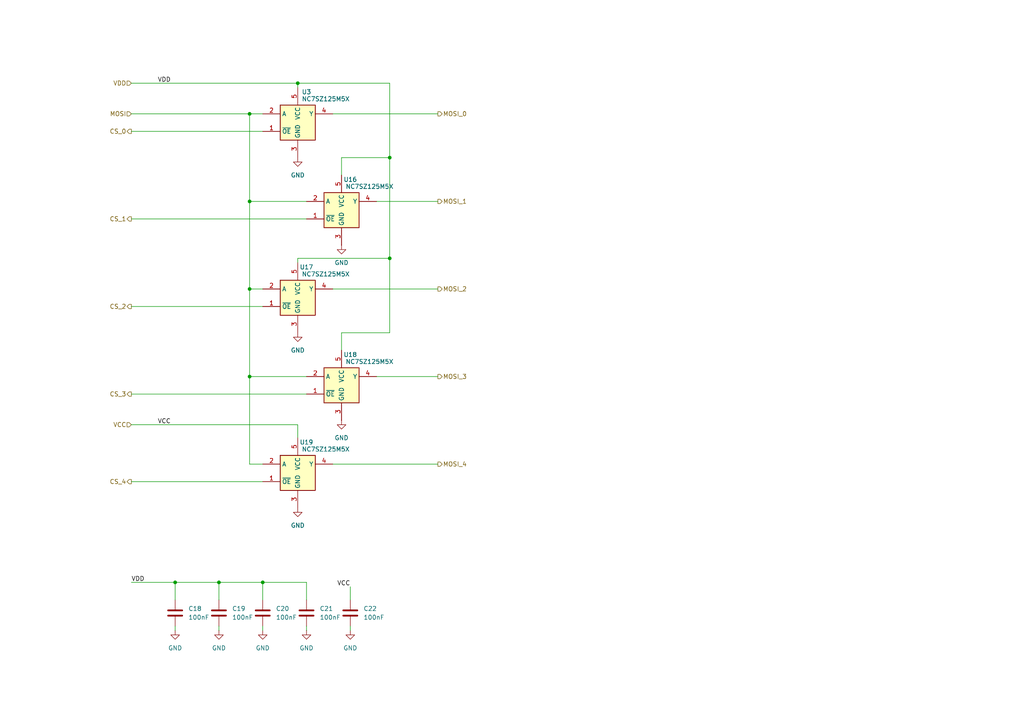
<source format=kicad_sch>
(kicad_sch (version 20231120) (generator "eeschema") (generator_version "8.0")
  (paper "A4")
  (lib_symbols
    (symbol "74xGxx:NC7SZ125M5X"
      (property "Reference" "U" (at -5.08 6.35 0))
      (property "Value" "NC7SZ125M5X" (at 7.62 6.35 0))
      (symbol "NC7SZ125M5X_0_1"
        (rectangle (start -5.08 5.08) (end 5.08 -5.08) (stroke (width 0.254)) (fill (type background)))
      )
      (symbol "NC7SZ125M5X_1_1"
        (pin input line (at -10.16 -2.54 0) (length 5.08) (name "~{OE}") (number "1"))
        (pin input line (at -10.16 2.54 0) (length 5.08) (name "A") (number "2"))
        (pin power_in line (at 0 -10.16 90) (length 5.08) (name "GND") (number "3"))
        (pin output line (at 10.16 2.54 180) (length 5.08) (name "Y") (number "4"))
        (pin power_in line (at 0 10.16 270) (length 5.08) (name "VCC") (number "5"))
      )
    )
    (symbol "Device:C" (pin_numbers hide) (pin_names (offset 0.254))
      (property "Reference" "C" (at 0.635 2.54 0))
      (property "Value" "C" (at 0.635 -2.54 0))
      (symbol "C_0_1"
        (polyline (pts (xy -2.032 -0.762) (xy 2.032 -0.762)) (stroke (width 0.508)))
        (polyline (pts (xy -2.032 0.762) (xy 2.032 0.762)) (stroke (width 0.508)))
      )
      (symbol "C_1_1"
        (pin passive line (at 0 3.81 270) (length 2.794) (name "~") (number "1"))
        (pin passive line (at 0 -3.81 90) (length 2.794) (name "~") (number "2"))
      )
    )
    (symbol "power:GND" (power) (pin_numbers hide) (pin_names (offset 0) hide)
      (property "Value" "GND" (at 0 -3.81 0))
      (symbol "GND_0_1"
        (polyline (pts (xy 0 0) (xy 0 -1.27) (xy 1.27 -1.27) (xy 0 -2.54) (xy -1.27 -1.27) (xy 0 -1.27)))
      )
      (symbol "GND_1_1"
        (pin power_in line (at 0 0 270) (length 0) (name "~") (number "1"))
      )
    )
  )
  (junction (at 113.03 45.72))
  (junction (at 72.39 83.82))
  (junction (at 63.5 168.91))
  (junction (at 50.8 168.91))
  (junction (at 72.39 58.42))
  (junction (at 72.39 109.22))
  (junction (at 86.36 24.13))
  (junction (at 113.03 74.93))
  (junction (at 72.39 33.02))
  (junction (at 76.2 168.91))
  (wire (pts (xy 113.03 45.72) (xy 113.03 24.13)))
  (wire (pts (xy 38.1 88.9) (xy 76.2 88.9)))
  (wire (pts (xy 38.1 123.19) (xy 86.36 123.19)))
  (wire (pts (xy 50.8 181.61) (xy 50.8 182.88)))
  (wire (pts (xy 86.36 24.13) (xy 86.36 25.4)))
  (wire (pts (xy 76.2 168.91) (xy 76.2 173.99)))
  (wire (pts (xy 86.36 24.13) (xy 113.03 24.13)))
  (wire (pts (xy 88.9 181.61) (xy 88.9 182.88)))
  (wire (pts (xy 109.22 58.42) (xy 127 58.42)))
  (wire (pts (xy 50.8 168.91) (xy 50.8 173.99)))
  (wire (pts (xy 63.5 168.91) (xy 63.5 173.99)))
  (wire (pts (xy 72.39 83.82) (xy 72.39 109.22)))
  (wire (pts (xy 63.5 181.61) (xy 63.5 182.88)))
  (wire (pts (xy 88.9 109.22) (xy 72.39 109.22)))
  (wire (pts (xy 96.52 83.82) (xy 127 83.82)))
  (wire (pts (xy 96.52 33.02) (xy 127 33.02)))
  (wire (pts (xy 99.06 45.72) (xy 113.03 45.72)))
  (wire (pts (xy 86.36 74.93) (xy 113.03 74.93)))
  (wire (pts (xy 72.39 83.82) (xy 72.39 58.42)))
  (wire (pts (xy 76.2 134.62) (xy 72.39 134.62)))
  (wire (pts (xy 72.39 33.02) (xy 76.2 33.02)))
  (wire (pts (xy 86.36 76.2) (xy 86.36 74.93)))
  (wire (pts (xy 76.2 168.91) (xy 88.9 168.91)))
  (wire (pts (xy 50.8 168.91) (xy 63.5 168.91)))
  (wire (pts (xy 113.03 96.52) (xy 113.03 74.93)))
  (wire (pts (xy 38.1 168.91) (xy 50.8 168.91)))
  (wire (pts (xy 38.1 139.7) (xy 76.2 139.7)))
  (wire (pts (xy 76.2 181.61) (xy 76.2 182.88)))
  (wire (pts (xy 113.03 74.93) (xy 113.03 45.72)))
  (wire (pts (xy 72.39 109.22) (xy 72.39 134.62)))
  (wire (pts (xy 72.39 33.02) (xy 72.39 58.42)))
  (wire (pts (xy 96.52 134.62) (xy 127 134.62)))
  (wire (pts (xy 88.9 168.91) (xy 88.9 173.99)))
  (wire (pts (xy 86.36 127) (xy 86.36 123.19)))
  (wire (pts (xy 101.6 170.18) (xy 101.6 173.99)))
  (wire (pts (xy 38.1 114.3) (xy 88.9 114.3)))
  (wire (pts (xy 99.06 50.8) (xy 99.06 45.72)))
  (wire (pts (xy 72.39 58.42) (xy 88.9 58.42)))
  (wire (pts (xy 38.1 63.5) (xy 88.9 63.5)))
  (wire (pts (xy 99.06 101.6) (xy 99.06 96.52)))
  (wire (pts (xy 38.1 24.13) (xy 86.36 24.13)))
  (wire (pts (xy 109.22 109.22) (xy 127 109.22)))
  (wire (pts (xy 99.06 96.52) (xy 113.03 96.52)))
  (wire (pts (xy 72.39 83.82) (xy 76.2 83.82)))
  (wire (pts (xy 101.6 181.61) (xy 101.6 182.88)))
  (wire (pts (xy 38.1 38.1) (xy 76.2 38.1)))
  (wire (pts (xy 38.1 33.02) (xy 72.39 33.02)))
  (wire (pts (xy 63.5 168.91) (xy 76.2 168.91)))
  (label "VCC" (at 45.72 123.19 0))
  (label "VDD" (at 38.1 168.91 0))
  (label "VCC" (at 101.6 170.18 180))
  (label "VDD" (at 45.72 24.13 0))
  (hierarchical_label "VDD" (shape input) (at 38.1 24.13 180))
  (hierarchical_label "CS_2" (shape output) (at 38.1 88.9 180))
  (hierarchical_label "MOSI_1" (shape output) (at 127 58.42 0))
  (hierarchical_label "MOSI" (shape input) (at 38.1 33.02 180))
  (hierarchical_label "MOSI_4" (shape output) (at 127 134.62 0))
  (hierarchical_label "VCC" (shape input) (at 38.1 123.19 180))
  (hierarchical_label "CS_4" (shape output) (at 38.1 139.7 180))
  (hierarchical_label "MOSI_2" (shape output) (at 127 83.82 0))
  (hierarchical_label "MOSI_0" (shape output) (at 127 33.02 0))
  (hierarchical_label "CS_3" (shape output) (at 38.1 114.3 180))
  (hierarchical_label "MOSI_3" (shape output) (at 127 109.22 0))
  (hierarchical_label "CS_1" (shape output) (at 38.1 63.5 180))
  (hierarchical_label "CS_0" (shape output) (at 38.1 38.1 180))
  (symbol (lib_id "power:GND") (at 86.36 147.32 0) (unit 1)
    (property "Reference" "#PWR098" (effects (hide yes)))
    (property "Value" "GND" (at 86.36 152.4 0))
    (property "Description" "Power symbol creates a global label with name \"GND\" , ground" (effects (hide yes)))
  )
  (symbol (lib_id "power:GND") (at 101.6 182.88 0) (unit 1)
    (property "Reference" "#PWR0106" (effects (hide yes)))
    (property "Value" "GND" (at 101.6 187.96 0))
    (property "Description" "Power symbol creates a global label with name \"GND\" , ground" (effects (hide yes)))
  )
  (symbol (lib_id "74xGxx:NC7SZ125M5X") (at 99.06 60.96 0) (unit 1)
    (property "Reference" "U16" (at 101.6 52.07 0))
    (property "Value" "NC7SZ125M5X" (at 107.188 54.102 0))
    (property "Footprint" "Package_TO_SOT_SMD:SOT-23-5" (effects (hide yes)))
    (property "Datasheet" "https://www.onsemi.com/pdf/datasheet/nc7sz125-d.pdf" (effects (hide yes)))
    (property "Description" "TinyLogic UHS Buffer, Tri-State Output, SOT-23-5" (effects (hide yes)))
  )
  (symbol (lib_id "74xGxx:NC7SZ125M5X") (at 86.36 35.56 0) (unit 1)
    (property "Reference" "U3" (at 88.9 26.67 0))
    (property "Value" "NC7SZ125M5X" (at 94.488 28.702 0))
    (property "Footprint" "Package_TO_SOT_SMD:SOT-23-5" (effects (hide yes)))
    (property "Datasheet" "https://www.onsemi.com/pdf/datasheet/nc7sz125-d.pdf" (effects (hide yes)))
    (property "Description" "TinyLogic UHS Buffer, Tri-State Output, SOT-23-5" (effects (hide yes)))
  )
  (symbol (lib_id "Device:C") (at 101.6 177.8 0) (unit 1)
    (property "Reference" "C22" (at 105.41 176.5299 0) (effects (justify left)))
    (property "Value" "100nF" (at 105.41 179.0699 0) (effects (justify left)))
    (property "Footprint" "Capacitor_SMD:C_0603_1608Metric" (effects (hide yes)))
    (property "Description" "Unpolarized capacitor" (effects (hide yes)))
  )
  (symbol (lib_id "Device:C") (at 88.9 177.8 0) (unit 1)
    (property "Reference" "C21" (at 92.71 176.5299 0) (effects (justify left)))
    (property "Value" "100nF" (at 92.71 179.0699 0) (effects (justify left)))
    (property "Footprint" "Capacitor_SMD:C_0603_1608Metric" (effects (hide yes)))
    (property "Description" "Unpolarized capacitor" (effects (hide yes)))
  )
  (symbol (lib_id "Device:C") (at 50.8 177.8 0) (unit 1)
    (property "Reference" "C18" (at 54.61 176.5299 0) (effects (justify left)))
    (property "Value" "100nF" (at 54.61 179.0699 0) (effects (justify left)))
    (property "Footprint" "Capacitor_SMD:C_0603_1608Metric" (effects (hide yes)))
    (property "Description" "Unpolarized capacitor" (effects (hide yes)))
  )
  (symbol (lib_id "Device:C") (at 76.2 177.8 0) (unit 1)
    (property "Reference" "C20" (at 80.01 176.5299 0) (effects (justify left)))
    (property "Value" "100nF" (at 80.01 179.0699 0) (effects (justify left)))
    (property "Footprint" "Capacitor_SMD:C_0603_1608Metric" (effects (hide yes)))
    (property "Description" "Unpolarized capacitor" (effects (hide yes)))
  )
  (symbol (lib_id "power:GND") (at 63.5 182.88 0) (unit 1)
    (property "Reference" "#PWR0100" (effects (hide yes)))
    (property "Value" "GND" (at 63.5 187.96 0))
    (property "Description" "Power symbol creates a global label with name \"GND\" , ground" (effects (hide yes)))
  )
  (symbol (lib_id "power:GND") (at 88.9 182.88 0) (unit 1)
    (property "Reference" "#PWR0104" (effects (hide yes)))
    (property "Value" "GND" (at 88.9 187.96 0))
    (property "Description" "Power symbol creates a global label with name \"GND\" , ground" (effects (hide yes)))
  )
  (symbol (lib_id "power:GND") (at 76.2 182.88 0) (unit 1)
    (property "Reference" "#PWR0102" (effects (hide yes)))
    (property "Value" "GND" (at 76.2 187.96 0))
    (property "Description" "Power symbol creates a global label with name \"GND\" , ground" (effects (hide yes)))
  )
  (symbol (lib_id "74xGxx:NC7SZ125M5X") (at 86.36 137.16 0) (unit 1)
    (property "Reference" "U19" (at 88.9 128.27 0))
    (property "Value" "NC7SZ125M5X" (at 94.488 130.302 0))
    (property "Footprint" "Package_TO_SOT_SMD:SOT-23-5" (effects (hide yes)))
    (property "Datasheet" "https://www.onsemi.com/pdf/datasheet/nc7sz125-d.pdf" (effects (hide yes)))
    (property "Description" "TinyLogic UHS Buffer, Tri-State Output, SOT-23-5" (effects (hide yes)))
  )
  (symbol (lib_id "power:GND") (at 86.36 45.72 0) (unit 1)
    (property "Reference" "#PWR090" (effects (hide yes)))
    (property "Value" "GND" (at 86.36 50.8 0))
    (property "Description" "Power symbol creates a global label with name \"GND\" , ground" (effects (hide yes)))
  )
  (symbol (lib_id "power:GND") (at 99.06 121.92 0) (unit 1)
    (property "Reference" "#PWR096" (effects (hide yes)))
    (property "Value" "GND" (at 99.06 127 0))
    (property "Description" "Power symbol creates a global label with name \"GND\" , ground" (effects (hide yes)))
  )
  (symbol (lib_id "power:GND") (at 50.8 182.88 0) (unit 1)
    (property "Reference" "#PWR089" (effects (hide yes)))
    (property "Value" "GND" (at 50.8 187.96 0))
    (property "Description" "Power symbol creates a global label with name \"GND\" , ground" (effects (hide yes)))
  )
  (symbol (lib_id "power:GND") (at 99.06 71.12 0) (unit 1)
    (property "Reference" "#PWR092" (effects (hide yes)))
    (property "Value" "GND" (at 99.06 76.2 0))
    (property "Description" "Power symbol creates a global label with name \"GND\" , ground" (effects (hide yes)))
  )
  (symbol (lib_id "74xGxx:NC7SZ125M5X") (at 86.36 86.36 0) (unit 1)
    (property "Reference" "U17" (at 88.9 77.47 0))
    (property "Value" "NC7SZ125M5X" (at 94.488 79.502 0))
    (property "Footprint" "Package_TO_SOT_SMD:SOT-23-5" (effects (hide yes)))
    (property "Datasheet" "https://www.onsemi.com/pdf/datasheet/nc7sz125-d.pdf" (effects (hide yes)))
    (property "Description" "TinyLogic UHS Buffer, Tri-State Output, SOT-23-5" (effects (hide yes)))
  )
  (symbol (lib_id "power:GND") (at 86.36 96.52 0) (unit 1)
    (property "Reference" "#PWR094" (effects (hide yes)))
    (property "Value" "GND" (at 86.36 101.6 0))
    (property "Description" "Power symbol creates a global label with name \"GND\" , ground" (effects (hide yes)))
  )
  (symbol (lib_id "Device:C") (at 63.5 177.8 0) (unit 1)
    (property "Reference" "C19" (at 67.31 176.5299 0) (effects (justify left)))
    (property "Value" "100nF" (at 67.31 179.0699 0) (effects (justify left)))
    (property "Footprint" "Capacitor_SMD:C_0603_1608Metric" (effects (hide yes)))
    (property "Description" "Unpolarized capacitor" (effects (hide yes)))
  )
  (symbol (lib_id "74xGxx:NC7SZ125M5X") (at 99.06 111.76 0) (unit 1)
    (property "Reference" "U18" (at 101.6 102.87 0))
    (property "Value" "NC7SZ125M5X" (at 107.188 104.902 0))
    (property "Footprint" "Package_TO_SOT_SMD:SOT-23-5" (effects (hide yes)))
    (property "Datasheet" "https://www.onsemi.com/pdf/datasheet/nc7sz125-d.pdf" (effects (hide yes)))
    (property "Description" "TinyLogic UHS Buffer, Tri-State Output, SOT-23-5" (effects (hide yes)))
  )
)
</source>
